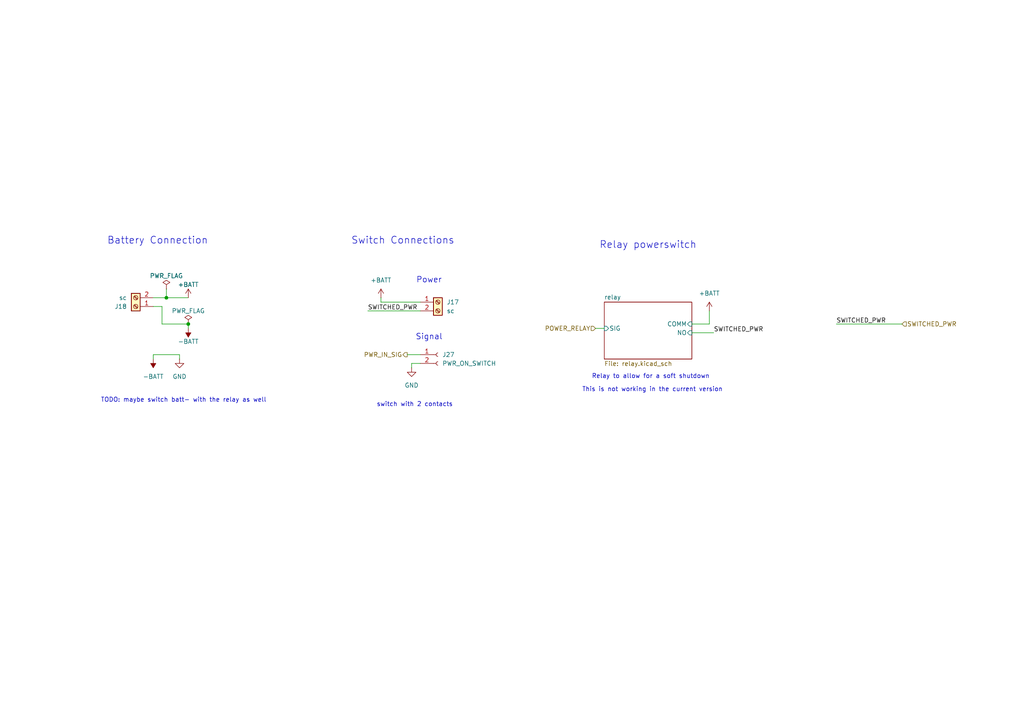
<source format=kicad_sch>
(kicad_sch (version 20231120) (generator "eeschema") (generator_version "8.0")
  (paper "A4")
  (title_block (title "${PROJECTNAME}") (rev "${VERSION}"))
  (lib_symbols
    (symbol "Connector:Conn_01x02_Socket" (pin_names (offset 1.016) hide)
      (property "Reference" "J" (at 0 2.54 0))
      (property "Value" "Conn_01x02_Socket" (at 0 -5.08 0))
      (symbol "Conn_01x02_Socket_1_1"
        (arc (start 0 -2.032) (mid -0.5058 -2.54) (end 0 -3.048) (stroke (width 0.1524)))
        (polyline (pts (xy -1.27 -2.54) (xy -0.508 -2.54)) (stroke (width 0.1524)))
        (polyline (pts (xy -1.27 0) (xy -0.508 0)) (stroke (width 0.1524)))
        (arc (start 0 0.508) (mid -0.5058 0) (end 0 -0.508) (stroke (width 0.1524)))
        (pin passive line (at -5.08 0 0) (length 3.81) (name "Pin_1") (number "1"))
        (pin passive line (at -5.08 -2.54 0) (length 3.81) (name "Pin_2") (number "2"))
      )
    )
    (symbol "Connector:Screw_Terminal_01x02" (pin_names (offset 1.016) hide)
      (property "Reference" "J" (at 0 2.54 0))
      (property "Value" "Screw_Terminal_01x02" (at 0 -5.08 0))
      (symbol "Screw_Terminal_01x02_1_1"
        (rectangle (start -1.27 1.27) (end 1.27 -3.81) (stroke (width 0.254)) (fill (type background)))
        (circle (center 0 -2.54) (radius 0.635) (stroke (width 0.1524)))
        (polyline (pts (xy -0.5334 -2.2098) (xy 0.3302 -3.048)) (stroke (width 0.1524)))
        (polyline (pts (xy -0.5334 0.3302) (xy 0.3302 -0.508)) (stroke (width 0.1524)))
        (polyline (pts (xy -0.3556 -2.032) (xy 0.508 -2.8702)) (stroke (width 0.1524)))
        (polyline (pts (xy -0.3556 0.508) (xy 0.508 -0.3302)) (stroke (width 0.1524)))
        (circle (center 0 0) (radius 0.635) (stroke (width 0.1524)))
        (pin passive line (at -5.08 0 0) (length 3.81) (name "Pin_1") (number "1"))
        (pin passive line (at -5.08 -2.54 0) (length 3.81) (name "Pin_2") (number "2"))
      )
    )
    (symbol "power:+BATT" (power) (pin_numbers hide) (pin_names (offset 0) hide)
      (property "Value" "+BATT" (at 0 3.556 0))
      (symbol "+BATT_0_1"
        (polyline (pts (xy -0.762 1.27) (xy 0 2.54)))
        (polyline (pts (xy 0 0) (xy 0 2.54)))
        (polyline (pts (xy 0 2.54) (xy 0.762 1.27)))
      )
      (symbol "+BATT_1_1"
        (pin power_in line (at 0 0 90) (length 0) (name "~") (number "1"))
      )
    )
    (symbol "power:-BATT" (power) (pin_numbers hide) (pin_names (offset 0) hide)
      (property "Value" "-BATT" (at 0 3.556 0))
      (symbol "-BATT_0_1"
        (polyline (pts (xy 0 0) (xy 0 2.54)))
        (polyline (pts (xy 0.762 1.27) (xy -0.762 1.27) (xy 0 2.54) (xy 0.762 1.27)) (fill (type outline)))
      )
      (symbol "-BATT_1_1"
        (pin power_in line (at 0 0 90) (length 0) (name "~") (number "1"))
      )
    )
    (symbol "power:GND" (power) (pin_numbers hide) (pin_names (offset 0) hide)
      (property "Value" "GND" (at 0 -3.81 0))
      (symbol "GND_0_1"
        (polyline (pts (xy 0 0) (xy 0 -1.27) (xy 1.27 -1.27) (xy 0 -2.54) (xy -1.27 -1.27) (xy 0 -1.27)))
      )
      (symbol "GND_1_1"
        (pin power_in line (at 0 0 270) (length 0) (name "~") (number "1"))
      )
    )
    (symbol "power:PWR_FLAG" (power) (pin_numbers hide) (pin_names (offset 0) hide)
      (property "Value" "PWR_FLAG" (at 0 3.81 0))
      (symbol "PWR_FLAG_0_0"
        (pin power_out line (at 0 0 90) (length 0) (name "~") (number "1"))
      )
      (symbol "PWR_FLAG_0_1"
        (polyline (pts (xy 0 0) (xy 0 1.27) (xy -1.016 1.905) (xy 0 2.54) (xy 1.016 1.905) (xy 0 1.27)))
      )
    )
  )
  (junction (at 54.61 93.98))
  (junction (at 48.26 86.36))
  (wire (pts (xy 110.49 87.63) (xy 121.92 87.63)))
  (wire (pts (xy 46.99 88.9) (xy 44.45 88.9)))
  (wire (pts (xy 44.45 102.87) (xy 52.07 102.87)))
  (wire (pts (xy 106.68 90.17) (xy 121.92 90.17)))
  (wire (pts (xy 54.61 95.25) (xy 54.61 93.98)))
  (wire (pts (xy 52.07 102.87) (xy 52.07 104.14)))
  (wire (pts (xy 172.72 95.25) (xy 175.26 95.25)))
  (wire (pts (xy 44.45 104.14) (xy 44.45 102.87)))
  (wire (pts (xy 118.11 102.87) (xy 121.92 102.87)))
  (wire (pts (xy 205.74 93.98) (xy 200.66 93.98)))
  (wire (pts (xy 48.26 86.36) (xy 44.45 86.36)))
  (wire (pts (xy 242.57 93.98) (xy 261.62 93.98)))
  (wire (pts (xy 110.49 86.36) (xy 110.49 87.63)))
  (wire (pts (xy 119.38 105.41) (xy 121.92 105.41)))
  (wire (pts (xy 48.26 83.82) (xy 48.26 86.36)))
  (wire (pts (xy 200.66 96.52) (xy 207.01 96.52)))
  (wire (pts (xy 46.99 93.98) (xy 46.99 88.9)))
  (wire (pts (xy 205.74 90.17) (xy 205.74 93.98)))
  (wire (pts (xy 54.61 93.98) (xy 46.99 93.98)))
  (wire (pts (xy 54.61 86.36) (xy 48.26 86.36)))
  (wire (pts (xy 119.38 106.68) (xy 119.38 105.41)))
  (text "TODO: maybe switch batt- with the relay as well" (at 29.21 116.84 0) (effects (font (size 1.27 1.27)) (justify left bottom)))
  (text "This is not working in the current version" (at 189.23 113.03 0) (effects (font (size 1.27 1.27))))
  (text "Battery Connection\n" (at 45.72 69.85 0) (effects (font (size 2.032 2.032))))
  (text "Signal" (at 124.46 97.79 0) (effects (font (size 1.651 1.651))))
  (text "Power" (at 124.46 81.28 0) (effects (font (size 1.651 1.651))))
  (text "Relay to allow for a soft shutdown " (at 189.23 109.22 0) (effects (font (size 1.27 1.27))))
  (text "Relay powerswitch" (at 187.96 71.12 0) (effects (font (size 2.032 2.032))))
  (text "Switch Connections" (at 116.84 69.85 0) (effects (font (size 2.032 2.032))))
  (text "switch with 2 contacts" (at 109.22 118.11 0) (effects (font (size 1.27 1.27)) (justify left bottom)))
  (label "SWITCHED_PWR" (at 106.68 90.17 0))
  (label "SWITCHED_PWR" (at 207.01 96.52 0))
  (label "SWITCHED_PWR" (at 242.57 93.98 0))
  (hierarchical_label "PWR_IN_SIG" (shape output) (at 118.11 102.87 180))
  (hierarchical_label "SWITCHED_PWR" (shape input) (at 261.62 93.98 0))
  (hierarchical_label "POWER_RELAY" (shape input) (at 172.72 95.25 180))
  (symbol (lib_id "power:GND") (at 52.07 104.14 0) (unit 1)
    (property "Reference" "#PWR062" (effects (hide yes)))
    (property "Value" "GND" (at 52.07 109.22 0))
    (property "Description" "Power symbol creates a global label with name \"GND\" , ground" (effects (hide yes)))
  )
  (symbol (lib_id "power:PWR_FLAG") (at 54.61 93.98 0) (mirror y) (unit 1)
    (property "Reference" "#FLG06" (effects (hide yes)))
    (property "Value" "PWR_FLAG" (at 54.61 90.17 0))
    (property "Description" "Special symbol for telling ERC where power comes from" (effects (hide yes)))
  )
  (symbol (lib_id "power:GND") (at 119.38 106.68 0) (unit 1)
    (property "Reference" "#PWR073" (effects (hide yes)))
    (property "Value" "GND" (at 119.38 111.76 0))
    (property "Description" "Power symbol creates a global label with name \"GND\" , ground" (effects (hide yes)))
  )
  (symbol (lib_id "Connector:Screw_Terminal_01x02") (at 127 87.63 0) (unit 1)
    (property "Reference" "J17" (at 129.54 87.63 0) (effects (justify left)))
    (property "Value" "sc" (at 129.54 90.17 0) (effects (justify left)))
    (property "Footprint" "easyeda:CONN-TH_XY126V-5.0-2P" (effects (hide yes)))
    (property "LCSC" "C557646" (effects (hide yes)))
  )
  (symbol (lib_id "power:+BATT") (at 205.74 90.17 0) (unit 1)
    (property "Reference" "#PWR074" (effects (hide yes)))
    (property "Value" "+BATT" (at 205.74 85.09 0))
    (property "Description" "Power symbol creates a global label with name \"+BATT\"" (effects (hide yes)))
  )
  (symbol (lib_id "Connector:Conn_01x02_Socket") (at 127 102.87 0) (unit 1)
    (property "Reference" "J27" (at 128.27 102.87 0) (effects (justify left)))
    (property "Value" "PWR_ON_SWITCH" (at 128.27 105.41 0) (effects (justify left)))
    (property "Footprint" "Connector_JST:JST_XH_B2B-XH-A_1x02_P2.50mm_Vertical" (effects (hide yes)))
    (property "LCSC" "C158012" (effects (hide yes)))
  )
  (symbol (lib_id "power:+BATT") (at 110.49 86.36 0) (mirror y) (unit 1)
    (property "Reference" "#PWR072" (effects (hide yes)))
    (property "Value" "+BATT" (at 110.49 81.28 0))
    (property "Description" "Power symbol creates a global label with name \"+BATT\"" (effects (hide yes)))
  )
  (symbol (lib_id "power:PWR_FLAG") (at 48.26 83.82 0) (mirror y) (unit 1)
    (property "Reference" "#FLG05" (effects (hide yes)))
    (property "Value" "PWR_FLAG" (at 48.26 80.01 0))
    (property "Description" "Special symbol for telling ERC where power comes from" (effects (hide yes)))
  )
  (symbol (lib_id "power:+BATT") (at 54.61 86.36 0) (mirror y) (unit 1)
    (property "Reference" "#PWR065" (effects (hide yes)))
    (property "Value" "+BATT" (at 54.61 82.55 0))
    (property "Description" "Power symbol creates a global label with name \"+BATT\"" (effects (hide yes)))
  )
  (symbol (lib_id "power:-BATT") (at 44.45 104.14 180) (unit 1)
    (property "Reference" "#PWR058" (effects (hide yes)))
    (property "Value" "-BATT" (at 44.45 109.22 0))
    (property "Description" "Power symbol creates a global label with name \"-BATT\"" (effects (hide yes)))
  )
  (symbol (lib_id "Connector:Screw_Terminal_01x02") (at 39.37 88.9 180) (unit 1)
    (property "Reference" "J18" (at 36.83 88.9 0) (effects (justify left)))
    (property "Value" "sc" (at 36.83 86.36 0) (effects (justify left)))
    (property "Footprint" "easyeda:CONN-TH_XY126V-5.0-2P" (effects (hide yes)))
    (property "LCSC" "C557646" (effects (hide yes)))
  )
  (symbol (lib_id "power:-BATT") (at 54.61 95.25 0) (mirror x) (unit 1)
    (property "Reference" "#PWR066" (effects (hide yes)))
    (property "Value" "-BATT" (at 54.61 99.06 0))
    (property "Description" "Power symbol creates a global label with name \"-BATT\"" (effects (hide yes)))
  )
  (sheet (at 175.26 87.63) (size 25.4 16.51) (stroke (width 0.1524))
    (property "Sheetname" "relay" (at 175.26 86.9184 0) (effects (justify left bottom)))
    (property "Sheetfile" "relay.kicad_sch" (at 175.26 104.7246 0) (effects (justify left top)))
    (pin "SIG" input (at 175.26 95.25 180))
    (pin "COMM" input (at 200.66 93.98 0))
    (pin "NO" input (at 200.66 96.52 0))
  )
)
</source>
